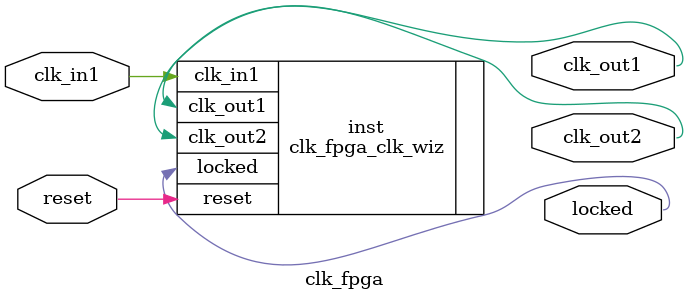
<source format=v>


`timescale 1ps/1ps

(* CORE_GENERATION_INFO = "clk_fpga,clk_wiz_v5_4_2_0,{component_name=clk_fpga,use_phase_alignment=true,use_min_o_jitter=true,use_max_i_jitter=false,use_dyn_phase_shift=false,use_inclk_switchover=false,use_dyn_reconfig=false,enable_axi=0,feedback_source=FDBK_AUTO,PRIMITIVE=PLL,num_out_clk=2,clkin1_period=8.333,clkin2_period=10.000,use_power_down=false,use_reset=true,use_locked=true,use_inclk_stopped=false,feedback_type=SINGLE,CLOCK_MGR_TYPE=NA,manual_override=false}" *)

module clk_fpga 
 (
  // Clock out ports
  output        clk_out1,
  output        clk_out2,
  // Status and control signals
  input         reset,
  output        locked,
 // Clock in ports
  input         clk_in1
 );

  clk_fpga_clk_wiz inst
  (
  // Clock out ports  
  .clk_out1(clk_out1),
  .clk_out2(clk_out2),
  // Status and control signals               
  .reset(reset), 
  .locked(locked),
 // Clock in ports
  .clk_in1(clk_in1)
  );

endmodule

</source>
